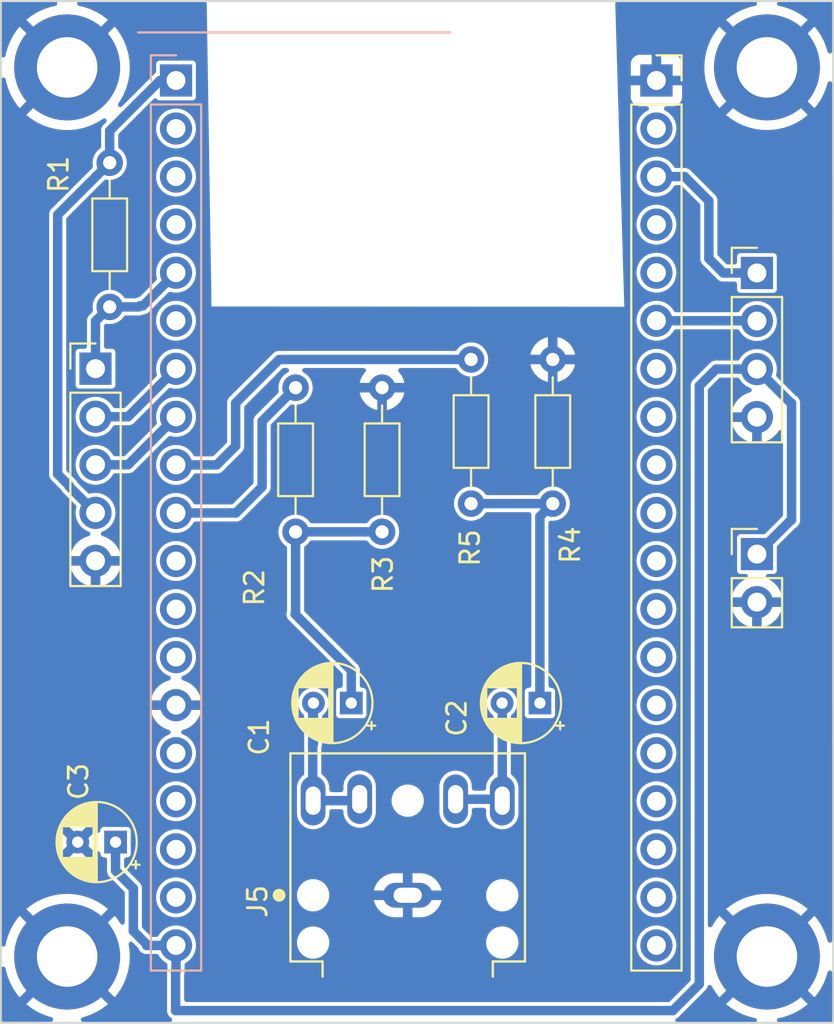
<source format=kicad_pcb>
(kicad_pcb (version 20211014) (generator pcbnew)
  (layers (0 "F.Cu" signal) (31 "B.Cu" signal) (34 "B.Paste" user) (35 "F.Paste" user) (36 "B.SilkS" user "B.Silkscreen") (37 "F.SilkS" user "F.Silkscreen") (38 "B.Mask" user) (39 "F.Mask" user) (44 "Edge.Cuts" user))
  (net 0 "")
  (net 1 "Net-(C1-Pad1)")
  (net 2 "Net-(C2-Pad1)")
  (net 3 "/R")
  (net 4 "+5V")
  (net 5 "GND")
  (net 6 "/G34")
  (net 7 "/G32")
  (net 8 "/G33")
  (net 9 "+3V3")
  (net 10 "/G22")
  (net 11 "/G21")
  (net 12 "Net-(R2-Pad1)")
  (net 13 "Net-(R5-Pad1)")
  (net 41 "/S")
  (footprint "MountingHole:MountingHole_3.2mm_M3_DIN965_Pad" (layer "F.Cu") (at 133.4 115)
    (fp_text reference "H3" hide)
    (fp_text value "MountingHole_Pad" hide)
    (pad "1" thru_hole circle (at 0.1 0) (size 5.6 5.6) (drill 3.2) (layers *.Cu *.Mask) (net 5 "GND"))
  )
  (footprint "MountingHole:MountingHole_3.2mm_M3_DIN965_Pad" (layer "F.Cu") (at 133.4 68)
    (fp_text reference "H4" hide)
    (fp_text value "MountingHole_Pad" hide)
    (pad "1" thru_hole circle (at 0.1 0) (size 5.6 5.6) (drill 3.2) (layers *.Cu *.Mask) (net 5 "GND"))
  )
  (footprint "Connector_PinHeader_2.54mm:PinHeader_1x02_P2.54mm_Vertical" (layer "F.Cu") (at 132.969 93.726)
    (fp_text reference "J1" hide)
    (fp_text value "5V")
    (fp_line (start -1.33 3.87) (end 1.33 3.87) (layer "F.SilkS") (width 0.12))
    (fp_line (start -1.33 -1.33) (end 0 -1.33) (layer "F.SilkS") (width 0.12))
    (fp_line (start -1.33 0) (end -1.33 -1.33) (layer "F.SilkS") (width 0.12))
    (fp_line (start 1.33 1.27) (end 1.33 3.87) (layer "F.SilkS") (width 0.12))
    (fp_line (start -1.33 1.27) (end 1.33 1.27) (layer "F.SilkS") (width 0.12))
    (fp_line (start -1.33 1.27) (end -1.33 3.87) (layer "F.SilkS") (width 0.12))
    (pad "1" thru_hole rect (at 0 0) (size 1.7 1.7) (drill 1) (layers *.Cu *.Mask) (net 4 "+5V"))
    (pad "2" thru_hole oval (at 0 2.54) (size 1.7 1.7) (drill 1) (layers *.Cu *.Mask) (net 5 "GND"))
  )
  (footprint "Resistor_THT:R_Axial_DIN0204_L3.6mm_D1.6mm_P7.62mm_Horizontal" (layer "F.Cu") (at 117.856 83.439 -90)
    (fp_text reference "R5" (at 9.961 0.056 90) (layer "F.SilkS"))
    (fp_text value "47k")
    (fp_line (start 0.94 0) (end 1.89 0) (layer "F.SilkS") (width 0.12))
    (fp_line (start 5.73 0.92) (end 5.73 -0.92) (layer "F.SilkS") (width 0.12))
    (fp_line (start 1.89 0.92) (end 5.73 0.92) (layer "F.SilkS") (width 0.12))
    (fp_line (start 6.68 0) (end 5.73 0) (layer "F.SilkS") (width 0.12))
    (fp_line (start 1.89 -0.92) (end 1.89 0.92) (layer "F.SilkS") (width 0.12))
    (fp_line (start 5.73 -0.92) (end 1.89 -0.92) (layer "F.SilkS") (width 0.12))
    (pad "1" thru_hole circle (at 0 0 270) (size 1.4 1.4) (drill 0.7) (layers *.Cu *.Mask) (net 13 "Net-(R5-Pad1)"))
    (pad "2" thru_hole oval (at 7.62 0 270) (size 1.4 1.4) (drill 0.7) (layers *.Cu *.Mask) (net 2 "Net-(C2-Pad1)"))
  )
  (footprint "Resistor_THT:R_Axial_DIN0204_L3.6mm_D1.6mm_P7.62mm_Horizontal" (layer "F.Cu") (at 108.578 84.93 -90)
    (fp_text reference "R2" (at 10.57 2.178 -90) (layer "F.SilkS"))
    (fp_text value "47k")
    (fp_line (start 1.89 -0.92) (end 1.89 0.92) (layer "F.SilkS") (width 0.12))
    (fp_line (start 6.68 0) (end 5.73 0) (layer "F.SilkS") (width 0.12))
    (fp_line (start 1.89 0.92) (end 5.73 0.92) (layer "F.SilkS") (width 0.12))
    (fp_line (start 0.94 0) (end 1.89 0) (layer "F.SilkS") (width 0.12))
    (fp_line (start 5.73 0.92) (end 5.73 -0.92) (layer "F.SilkS") (width 0.12))
    (fp_line (start 5.73 -0.92) (end 1.89 -0.92) (layer "F.SilkS") (width 0.12))
    (pad "1" thru_hole circle (at 0 0 270) (size 1.4 1.4) (drill 0.7) (layers *.Cu *.Mask) (net 12 "Net-(R2-Pad1)"))
    (pad "2" thru_hole oval (at 7.62 0 270) (size 1.4 1.4) (drill 0.7) (layers *.Cu *.Mask) (net 1 "Net-(C1-Pad1)"))
  )
  (footprint "imported:esp32_dev4_all" (layer "F.Cu") (at 130.196006 66.151506)
    (fp_text reference "U1" hide)
    (fp_text value "esp32_38_pins-custom_library" hide)
    (fp_line (start -29.27 3.81) (end -29.27 49.59) (layer "B.SilkS") (width 0.12))
    (fp_line (start -29.27 1.21) (end -29.27 2.54) (layer "B.SilkS") (width 0.12))
    (fp_line (start -27.94 1.21) (end -29.27 1.21) (layer "B.SilkS") (width 0.12))
    (fp_line (start -26.61 49.59) (end -29.27 49.59) (layer "B.SilkS") (width 0.12))
    (fp_line (start -26.61 3.81) (end -29.27 3.81) (layer "B.SilkS") (width 0.12))
    (fp_line (start -29.95 0) (end -13.44 0) (layer "B.SilkS") (width 0.12))
    (fp_line (start -26.61 3.81) (end -26.61 49.59) (layer "B.SilkS") (width 0.12))
    (fp_line (start -3.87 3.81) (end -1.21 3.81) (layer "F.SilkS") (width 0.12))
    (fp_line (start -2.54 1.21) (end -1.21 1.21) (layer "F.SilkS") (width 0.12))
    (fp_line (start -1.21 1.21) (end -1.21 2.54) (layer "F.SilkS") (width 0.12))
    (fp_line (start -3.87 3.81) (end -3.87 49.59) (layer "F.SilkS") (width 0.12))
    (fp_line (start -3.87 49.59) (end -1.21 49.59) (layer "F.SilkS") (width 0.12))
    (fp_line (start -1.21 3.81) (end -1.21 49.59) (layer "F.SilkS") (width 0.12))
    (pad "1" thru_hole rect (at -27.94 2.54) (size 1.7 1.7) (drill 1) (layers *.Cu *.Mask) (net 9 "+3V3"))
    (pad "2" thru_hole oval (at -27.94 5.08) (size 1.7 1.7) (drill 1) (layers *.Cu *.Mask))
    (pad "3" thru_hole oval (at -27.94 7.62) (size 1.7 1.7) (drill 1) (layers *.Cu *.Mask))
    (pad "4" thru_hole oval (at -27.94 10.16) (size 1.7 1.7) (drill 1) (layers *.Cu *.Mask))
    (pad "5" thru_hole oval (at -27.94 12.7) (size 1.7 1.7) (drill 1) (layers *.Cu *.Mask) (net 6 "/G34"))
    (pad "6" thru_hole oval (at -27.94 15.24) (size 1.7 1.7) (drill 1) (layers *.Cu *.Mask))
    (pad "7" thru_hole oval (at -27.94 17.78) (size 1.7 1.7) (drill 1) (layers *.Cu *.Mask) (net 7 "/G32"))
    (pad "8" thru_hole oval (at -27.94 20.32) (size 1.7 1.7) (drill 1) (layers *.Cu *.Mask) (net 8 "/G33"))
    (pad "9" thru_hole oval (at -27.94 22.86) (size 1.7 1.7) (drill 1) (layers *.Cu *.Mask) (net 13 "Net-(R5-Pad1)"))
    (pad "10" thru_hole oval (at -27.94 25.4) (size 1.7 1.7) (drill 1) (layers *.Cu *.Mask) (net 12 "Net-(R2-Pad1)"))
    (pad "11" thru_hole oval (at -27.94 27.94) (size 1.7 1.7) (drill 1) (layers *.Cu *.Mask))
    (pad "12" thru_hole oval (at -27.94 30.48) (size 1.7 1.7) (drill 1) (layers *.Cu *.Mask))
    (pad "13" thru_hole oval (at -27.94 33.02) (size 1.7 1.7) (drill 1) (layers *.Cu *.Mask))
    (pad "14" thru_hole oval (at -27.94 35.56) (size 1.7 1.7) (drill 1) (layers *.Cu *.Mask) (net 5 "GND"))
    (pad "15" thru_hole oval (at -27.94 38.1) (size 1.7 1.7) (drill 1) (layers *.Cu *.Mask))
    (pad "16" thru_hole oval (at -27.94 40.64) (size 1.7 1.7) (drill 1) (layers *.Cu *.Mask))
    (pad "17" thru_hole oval (at -27.94 43.18) (size 1.7 1.7) (drill 1) (layers *.Cu *.Mask))
    (pad "18" thru_hole oval (at -27.94 45.72) (size 1.7 1.7) (drill 1) (layers *.Cu *.Mask))
    (pad "19" thru_hole oval (at -27.94 48.26) (size 1.7 1.7) (drill 1) (layers *.Cu *.Mask) (net 4 "+5V"))
    (pad "20" thru_hole oval (at -2.54 48.26) (size 1.7 1.7) (drill 1) (layers *.Cu *.Mask))
    (pad "21" thru_hole oval (at -2.54 45.72) (size 1.7 1.7) (drill 1) (layers *.Cu *.Mask))
    (pad "22" thru_hole oval (at -2.54 43.18) (size 1.7 1.7) (drill 1) (layers *.Cu *.Mask))
    (pad "23" thru_hole oval (at -2.54 40.64) (size 1.7 1.7) (drill 1) (layers *.Cu *.Mask))
    (pad "24" thru_hole oval (at -2.54 38.1) (size 1.7 1.7) (drill 1) (layers *.Cu *.Mask))
    (pad "25" thru_hole oval (at -2.54 35.56) (size 1.7 1.7) (drill 1) (layers *.Cu *.Mask))
    (pad "26" thru_hole oval (at -2.54 33.02) (size 1.7 1.7) (drill 1) (layers *.Cu *.Mask))
    (pad "27" thru_hole oval (at -2.54 30.48) (size 1.7 1.7) (drill 1) (layers *.Cu *.Mask))
    (pad "28" thru_hole oval (at -2.54 27.94) (size 1.7 1.7) (drill 1) (layers *.Cu *.Mask))
    (pad "29" thru_hole oval (at -2.54 25.4) (size 1.7 1.7) (drill 1) (layers *.Cu *.Mask))
    (pad "30" thru_hole oval (at -2.54 22.86) (size 1.7 1.7) (drill 1) (layers *.Cu *.Mask))
    (pad "31" thru_hole oval (at -2.54 20.32) (size 1.7 1.7) (drill 1) (layers *.Cu *.Mask))
    (pad "32" thru_hole oval (at -2.54 17.78) (size 1.7 1.7) (drill 1) (layers *.Cu *.Mask))
    (pad "33" thru_hole oval (at -2.54 15.24) (size 1.7 1.7) (drill 1) (layers *.Cu *.Mask) (net 11 "/G21"))
    (pad "34" thru_hole oval (at -2.54 12.7) (size 1.7 1.7) (drill 1) (layers *.Cu *.Mask))
    (pad "35" thru_hole oval (at -2.54 10.16) (size 1.7 1.7) (drill 1) (layers *.Cu *.Mask))
    (pad "36" thru_hole oval (at -2.54 7.62) (size 1.7 1.7) (drill 1) (layers *.Cu *.Mask) (net 10 "/G22"))
    (pad "37" thru_hole oval (at -2.54 5.08) (size 1.7 1.7) (drill 1) (layers *.Cu *.Mask))
    (pad "38" thru_hole rect (at -2.54 2.54) (size 1.7 1.7) (drill 1) (layers *.Cu *.Mask) (net 5 "GND"))
  )
  (footprint "Resistor_THT:R_Axial_DIN0204_L3.6mm_D1.6mm_P7.62mm_Horizontal" (layer "F.Cu") (at 113.15 92.55 90)
    (fp_text reference "R3" (at -2.25 0.05 90) (layer "F.SilkS"))
    (fp_text value "2.2k")
    (fp_line (start 0.94 0) (end 1.89 0) (layer "F.SilkS") (width 0.12))
    (fp_line (start 1.89 -0.92) (end 1.89 0.92) (layer "F.SilkS") (width 0.12))
    (fp_line (start 6.68 0) (end 5.73 0) (layer "F.SilkS") (width 0.12))
    (fp_line (start 1.89 0.92) (end 5.73 0.92) (layer "F.SilkS") (width 0.12))
    (fp_line (start 5.73 -0.92) (end 1.89 -0.92) (layer "F.SilkS") (width 0.12))
    (fp_line (start 5.73 0.92) (end 5.73 -0.92) (layer "F.SilkS") (width 0.12))
    (pad "1" thru_hole circle (at 0 0 90) (size 1.4 1.4) (drill 0.7) (layers *.Cu *.Mask) (net 1 "Net-(C1-Pad1)"))
    (pad "2" thru_hole oval (at 7.62 0 90) (size 1.4 1.4) (drill 0.7) (layers *.Cu *.Mask) (net 5 "GND"))
  )
  (footprint "Resistor_THT:R_Axial_DIN0204_L3.6mm_D1.6mm_P7.62mm_Horizontal" (layer "F.Cu") (at 98.75 73.04 -90)
    (fp_text reference "R1" (at 0.61 2.7 -90) (layer "F.SilkS"))
    (fp_text value "100k")
    (fp_line (start 1.89 -0.92) (end 1.89 0.92) (layer "F.SilkS") (width 0.12))
    (fp_line (start 0.94 0) (end 1.89 0) (layer "F.SilkS") (width 0.12))
    (fp_line (start 5.73 0.92) (end 5.73 -0.92) (layer "F.SilkS") (width 0.12))
    (fp_line (start 5.73 -0.92) (end 1.89 -0.92) (layer "F.SilkS") (width 0.12))
    (fp_line (start 6.68 0) (end 5.73 0) (layer "F.SilkS") (width 0.12))
    (fp_line (start 1.89 0.92) (end 5.73 0.92) (layer "F.SilkS") (width 0.12))
    (pad "1" thru_hole circle (at 0 0 270) (size 1.4 1.4) (drill 0.7) (layers *.Cu *.Mask) (net 9 "+3V3"))
    (pad "2" thru_hole oval (at 7.62 0 270) (size 1.4 1.4) (drill 0.7) (layers *.Cu *.Mask) (net 6 "/G34"))
  )
  (footprint "MountingHole:MountingHole_3.2mm_M3_DIN965_Pad" (layer "F.Cu") (at 96.5 67.95)
    (fp_text reference "H1" hide)
    (fp_text value "MountingHole_Pad" hide)
    (pad "1" thru_hole circle (at 0 0.05) (size 5.6 5.6) (drill 3.2) (layers *.Cu *.Mask) (net 5 "GND"))
  )
  (footprint "Capacitor_THT:CP_Radial_D4.0mm_P2.00mm" (layer "F.Cu") (at 121.4956 101.6 180)
    (fp_text reference "C2" (at 4.3956 -0.8 90) (layer "F.SilkS"))
    (fp_text value "47pF")
    (fp_line (start 2.001 0.84) (end 2.001 1.83) (layer "F.SilkS") (width 0.12))
    (fp_line (start 1.881 0.84) (end 1.881 1.889) (layer "F.SilkS") (width 0.12))
    (fp_line (start 2.521 -1.438) (end 2.521 -0.84) (layer "F.SilkS") (width 0.12))
    (fp_line (start 1 -2.08) (end 1 2.08) (layer "F.SilkS") (width 0.12))
    (fp_line (start 2.641 -1.304) (end 2.641 -0.84) (layer "F.SilkS") (width 0.12))
    (fp_line (start 2.001 -1.83) (end 2.001 -0.84) (layer "F.SilkS") (width 0.12))
    (fp_line (start 2.761 -1.142) (end 2.761 -0.84) (layer "F.SilkS") (width 0.12))
    (fp_line (start 1.48 -2.025) (end 1.48 -0.84) (layer "F.SilkS") (width 0.12))
    (fp_line (start 2.481 0.84) (end 2.481 1.478) (layer "F.SilkS") (width 0.12))
    (fp_line (start 1.36 -2.05) (end 1.36 -0.84) (layer "F.SilkS") (width 0.12))
    (fp_line (start 2.041 0.84) (end 2.041 1.808) (layer "F.SilkS") (width 0.12))
    (fp_line (start 1.68 0.84) (end 1.68 1.968) (layer "F.SilkS") (width 0.12))
    (fp_line (start 2.601 -1.351) (end 2.601 -0.84) (layer "F.SilkS") (width 0.12))
    (fp_line (start -1.269801 -1.195) (end -0.869801 -1.195) (layer "F.SilkS") (width 0.12))
    (fp_line (start 2.761 0.84) (end 2.761 1.142) (layer "F.SilkS") (width 0.12))
    (fp_line (start 1.4 0.84) (end 1.4 2.042) (layer "F.SilkS") (width 0.12))
    (fp_line (start 1.52 -2.016) (end 1.52 -0.84) (layer "F.SilkS") (width 0.12))
    (fp_line (start 1.721 -1.954) (end 1.721 -0.84) (layer "F.SilkS") (width 0.12))
    (fp_line (start 1.841 0.84) (end 1.841 1.907) (layer "F.SilkS") (width 0.12))
    (fp_line (start 2.201 -1.708) (end 2.201 -0.84) (layer "F.SilkS") (width 0.12))
    (fp_line (start 1.48 0.84) (end 1.48 2.025) (layer "F.SilkS") (width 0.12))
    (fp_line (start 1.32 0.84) (end 1.32 2.056) (layer "F.SilkS") (width 0.12))
    (fp_line (start 2.721 -1.2) (end 2.721 -0.84) (layer "F.SilkS") (width 0.12))
    (fp_line (start 2.801 -1.08) (end 2.801 -0.84) (layer "F.SilkS") (width 0.12))
    (fp_line (start 1.64 -1.982) (end 1.64 -0.84) (layer "F.SilkS") (width 0.12))
    (fp_line (start 2.481 -1.478) (end 2.481 -0.84) (layer "F.SilkS") (width 0.12))
    (fp_line (start 1.4 -2.042) (end 1.4 -0.84) (layer "F.SilkS") (width 0.12))
    (fp_line (start 1.64 0.84) (end 1.64 1.982) (layer "F.SilkS") (width 0.12))
    (fp_line (start 2.201 0.84) (end 2.201 1.708) (layer "F.SilkS") (width 0.12))
    (fp_line (start 1.36 0.84) (end 1.36 2.05) (layer "F.SilkS") (width 0.12))
    (fp_line (start -1.069801 -1.395) (end -1.069801 -0.995) (layer "F.SilkS") (width 0.12))
    (fp_line (start 1.24 -2.067) (end 1.24 -0.84) (layer "F.SilkS") (width 0.12))
    (fp_line (start 1.881 -1.889) (end 1.881 -0.84) (layer "F.SilkS") (width 0.12))
    (fp_line (start 1.68 -1.968) (end 1.68 -0.84) (layer "F.SilkS") (width 0.12))
    (fp_line (start 1.961 0.84) (end 1.961 1.851) (layer "F.SilkS") (width 0.12))
    (fp_line (start 1.56 0.84) (end 1.56 2.005) (layer "F.SilkS") (width 0.12))
    (fp_line (start 1.2 -2.071) (end 1.2 -0.84) (layer "F.SilkS") (width 0.12))
    (fp_line (start 3.041 -0.537) (end 3.041 0.537) (layer "F.SilkS") (width 0.12))
    (fp_line (start 3.001 -0.664) (end 3.001 0.664) (layer "F.SilkS") (width 0.12))
    (fp_line (start 1.28 -2.062) (end 1.28 -0.84) (layer "F.SilkS") (width 0.12))
    (fp_line (start 1.761 0.84) (end 1.761 1.94) (layer "F.SilkS") (width 0.12))
    (fp_line (start 2.521 0.84) (end 2.521 1.438) (layer "F.SilkS") (width 0.12))
    (fp_line (start 1.6 0.84) (end 1.6 1.994) (layer "F.SilkS") (width 0.12))
    (fp_line (start 1.921 -1.87) (end 1.921 -0.84) (layer "F.SilkS") (width 0.12))
    (fp_line (start 3.081 -0.37) (end 3.081 0.37) (layer "F.SilkS") (width 0.12))
    (fp_line (start 2.041 -1.808) (end 2.041 -0.84) (layer "F.SilkS") (width 0.12))
    (fp_line (start 1.921 0.84) (end 1.921 1.87) (layer "F.SilkS") (width 0.12))
    (fp_line (start 1.6 -1.994) (end 1.6 -0.84) (layer "F.SilkS") (width 0.12))
    (fp_line (start 2.641 0.84) (end 2.641 1.304) (layer "F.SilkS") (width 0.12))
    (fp_line (start 1.28 0.84) (end 1.28 2.062) (layer "F.SilkS") (width 0.12))
    (fp_line (start 1.52 0.84) (end 1.52 2.016) (layer "F.SilkS") (width 0.12))
    (fp_line (start 1.12 -2.077) (end 1.12 2.077) (layer "F.SilkS") (width 0.12))
    (fp_line (start 1.44 -2.034) (end 1.44 -0.84) (layer "F.SilkS") (width 0.12))
    (fp_line (start 1.08 -2.079) (end 1.08 2.079) (layer "F.SilkS") (width 0.12))
    (fp_line (start 1.56 -2.005) (end 1.56 -0.84) (layer "F.SilkS") (width 0.12))
    (fp_line (start 2.321 -1.619) (end 2.321 -0.84) (layer "F.SilkS") (width 0.12))
    (fp_line (start 1.801 -1.924) (end 1.801 -0.84) (layer "F.SilkS") (width 0.12))
    (fp_line (start 2.081 -1.785) (end 2.081 -0.84) (layer "F.SilkS") (width 0.12))
    (fp_line (start 1.16 -2.074) (end 1.16 2.074) (layer "F.SilkS") (width 0.12))
    (fp_line (start 2.361 -1.587) (end 2.361 -0.84) (layer "F.SilkS") (width 0.12))
    (fp_line (start 2.241 -1.68) (end 2.241 -0.84) (layer "F.SilkS") (width 0.12))
    (fp_line (start 2.281 -1.65) (end 2.281 -0.84) (layer "F.SilkS") (width 0.12))
    (fp_line (start 2.681 0.84) (end 2.681 1.254) (layer "F.SilkS") (width 0.12))
    (fp_line (start 2.321 0.84) (end 2.321 1.619) (layer "F.SilkS") (width 0.12))
    (fp_line (start 2.961 -0.768) (end 2.961 0.768) (layer "F.SilkS") (width 0.12))
    (fp_line (start 1.2 0.84) (end 1.2 2.071) (layer "F.SilkS") (width 0.12))
    (fp_line (start 2.441 0.84) (end 2.441 1.516) (layer "F.SilkS") (width 0.12))
    (fp_line (start 2.241 0.84) (end 2.241 1.68) (layer "F.SilkS") (width 0.12))
    (fp_line (start 2.281 0.84) (end 2.281 1.65) (layer "F.SilkS") (width 0.12))
    (fp_line (start 2.161 0.84) (end 2.161 1.735) (layer "F.SilkS") (width 0.12))
    (fp_line (start 1.841 -1.907) (end 1.841 -0.84) (layer "F.SilkS") (width 0.12))
    (fp_line (start 2.561 -1.396) (end 2.561 -0.84) (layer "F.SilkS") (width 0.12))
    (fp_line (start 1.761 -1.94) (end 1.761 -0.84) (layer "F.SilkS") (width 0.12))
    (fp_line (start 2.721 0.84) (end 2.721 1.2) (layer "F.SilkS") (width 0.12))
    (fp_line (start 1.961 -1.851) (end 1.961 -0.84) (layer "F.SilkS") (width 0.12))
    (fp_line (start 2.121 0.84) (end 2.121 1.76) (layer "F.SilkS") (width 0.12))
    (fp_line (start 2.881 -0.94) (end 2.881 0.94) (layer "F.SilkS") (width 0.12))
    (fp_line (start 2.401 0.84) (end 2.401 1.552) (layer "F.SilkS") (width 0.12))
    (fp_line (start 2.841 -1.013) (end 2.841 1.013) (layer "F.SilkS") (width 0.12))
    (fp_line (start 2.441 -1.516) (end 2.441 -0.84) (layer "F.SilkS") (width 0.12))
    (fp_line (start 2.081 0.84) (end 2.081 1.785) (layer "F.SilkS") (width 0.12))
    (fp_line (start 2.161 -1.735) (end 2.161 -0.84) (layer "F.SilkS") (width 0.12))
    (fp_line (start 1.44 0.84) (end 1.44 2.034) (layer "F.SilkS") (width 0.12))
    (fp_line (start 2.121 -1.76) (end 2.121 -0.84) (layer "F.SilkS") (width 0.12))
    (fp_line (start 1.24 0.84) (end 1.24 2.067) (layer "F.SilkS") (width 0.12))
    (fp_line (start 1.04 -2.08) (end 1.04 2.08) (layer "F.SilkS") (width 0.12))
    (fp_line (start 1.801 0.84) (end 1.801 1.924) (layer "F.SilkS") (width 0.12))
    (fp_line (start 2.561 0.84) (end 2.561 1.396) (layer "F.SilkS") (width 0.12))
    (fp_line (start 2.801 0.84) (end 2.801 1.08) (layer "F.SilkS") (width 0.12))
    (fp_line (start 2.921 -0.859) (end 2.921 0.859) (layer "F.SilkS") (width 0.12))
    (fp_line (start 2.361 0.84) (end 2.361 1.587) (layer "F.SilkS") (width 0.12))
    (fp_line (start 1.721 0.84) (end 1.721 1.954) (layer "F.SilkS") (width 0.12))
    (fp_line (start 2.401 -1.552) (end 2.401 -0.84) (layer "F.SilkS") (width 0.12))
    (fp_line (start 1.32 -2.056) (end 1.32 -0.84) (layer "F.SilkS") (width 0.12))
    (fp_line (start 2.601 0.84) (end 2.601 1.351) (layer "F.SilkS") (width 0.12))
    (fp_line (start 2.681 -1.254) (end 2.681 -0.84) (layer "F.SilkS") (width 0.12))
    (fp_circle (center 1 0) (end 3.12 0) (layer "F.SilkS") (width 0.12) (fill none))
    (pad "1" thru_hole rect (at 0 0 180) (size 1.2 1.2) (drill 0.6) (layers *.Cu *.Mask) (net 2 "Net-(C2-Pad1)"))
    (pad "2" thru_hole circle (at 2 0 180) (size 1.2 1.2) (drill 0.6) (layers *.Cu *.Mask) (net 41 "/S"))
  )
  (footprint "MountingHole:MountingHole_3.2mm_M3_DIN965_Pad" (layer "F.Cu") (at 96.5 115)
    (fp_text reference "H2" hide)
    (fp_text value "MountingHole_Pad" hide)
    (pad "1" thru_hole circle (at 0 0) (size 5.6 5.6) (drill 3.2) (layers *.Cu *.Mask) (net 5 "GND"))
  )
  (footprint "Capacitor_THT:CP_Radial_D4.0mm_P2.00mm" (layer "F.Cu") (at 111.5226 101.6 180)
    (fp_text reference "C1" (at 4.8726 -1.8 90) (layer "F.SilkS"))
    (fp_text value "47pF")
    (fp_line (start 2.001 -1.83) (end 2.001 -0.84) (layer "F.SilkS") (width 0.12))
    (fp_line (start 2.761 0.84) (end 2.761 1.142) (layer "F.SilkS") (width 0.12))
    (fp_line (start 1.881 -1.889) (end 1.881 -0.84) (layer "F.SilkS") (width 0.12))
    (fp_line (start 2.721 0.84) (end 2.721 1.2) (layer "F.SilkS") (width 0.12))
    (fp_line (start 1.841 -1.907) (end 1.841 -0.84) (layer "F.SilkS") (width 0.12))
    (fp_line (start 2.961 -0.768) (end 2.961 0.768) (layer "F.SilkS") (width 0.12))
    (fp_line (start 1.44 -2.034) (end 1.44 -0.84) (layer "F.SilkS") (width 0.12))
    (fp_line (start 2.921 -0.859) (end 2.921 0.859) (layer "F.SilkS") (width 0.12))
    (fp_line (start 3.041 -0.537) (end 3.041 0.537) (layer "F.SilkS") (width 0.12))
    (fp_line (start 2.681 -1.254) (end 2.681 -0.84) (layer "F.SilkS") (width 0.12))
    (fp_line (start 1.16 -2.074) (end 1.16 2.074) (layer "F.SilkS") (width 0.12))
    (fp_line (start 2.081 0.84) (end 2.081 1.785) (layer "F.SilkS") (width 0.12))
    (fp_line (start 1.48 -2.025) (end 1.48 -0.84) (layer "F.SilkS") (width 0.12))
    (fp_line (start 2.801 -1.08) (end 2.801 -0.84) (layer "F.SilkS") (width 0.12))
    (fp_line (start 1.04 -2.08) (end 1.04 2.08) (layer "F.SilkS") (width 0.12))
    (fp_line (start 3.081 -0.37) (end 3.081 0.37) (layer "F.SilkS") (width 0.12))
    (fp_line (start 1.841 0.84) (end 1.841 1.907) (layer "F.SilkS") (width 0.12))
    (fp_line (start 2.641 -1.304) (end 2.641 -0.84) (layer "F.SilkS") (width 0.12))
    (fp_line (start 2.241 0.84) (end 2.241 1.68) (layer "F.SilkS") (width 0.12))
    (fp_line (start 1.52 -2.016) (end 1.52 -0.84) (layer "F.SilkS") (width 0.12))
    (fp_line (start 2.721 -1.2) (end 2.721 -0.84) (layer "F.SilkS") (width 0.12))
    (fp_line (start 1.68 0.84) (end 1.68 1.968) (layer "F.SilkS") (width 0.12))
    (fp_line (start 1.08 -2.079) (end 1.08 2.079) (layer "F.SilkS") (width 0.12))
    (fp_line (start 1.32 0.84) (end 1.32 2.056) (layer "F.SilkS") (width 0.12))
    (fp_line (start 1.4 -2.042) (end 1.4 -0.84) (layer "F.SilkS") (width 0.12))
    (fp_line (start 2.321 0.84) (end 2.321 1.619) (layer "F.SilkS") (width 0.12))
    (fp_line (start 2.521 -1.438) (end 2.521 -0.84) (layer "F.SilkS") (width 0.12))
    (fp_line (start 2.041 0.84) (end 2.041 1.808) (layer "F.SilkS") (width 0.12))
    (fp_line (start 1.881 0.84) (end 1.881 1.889) (layer "F.SilkS") (width 0.12))
    (fp_line (start 2.881 -0.94) (end 2.881 0.94) (layer "F.SilkS") (width 0.12))
    (fp_line (start 1.2 -2.071) (end 1.2 -0.84) (layer "F.SilkS") (width 0.12))
    (fp_line (start 1.64 0.84) (end 1.64 1.982) (layer "F.SilkS") (width 0.12))
    (fp_line (start 2.361 0.84) (end 2.361 1.587) (layer "F.SilkS") (width 0.12))
    (fp_line (start 2.041 -1.808) (end 2.041 -0.84) (layer "F.SilkS") (width 0.12))
    (fp_line (start 2.761 -1.142) (end 2.761 -0.84) (layer "F.SilkS") (width 0.12))
    (fp_line (start 1.721 0.84) (end 1.721 1.954) (layer "F.SilkS") (width 0.12))
    (fp_line (start 2.801 0.84) (end 2.801 1.08) (layer "F.SilkS") (width 0.12))
    (fp_line (start 2.601 -1.351) (end 2.601 -0.84) (layer "F.SilkS") (width 0.12))
    (fp_line (start 2.601 0.84) (end 2.601 1.351) (layer "F.SilkS") (width 0.12))
    (fp_line (start 2.681 0.84) (end 2.681 1.254) (layer "F.SilkS") (width 0.12))
    (fp_line (start 1.56 0.84) (end 1.56 2.005) (layer "F.SilkS") (width 0.12))
    (fp_line (start 1.48 0.84) (end 1.48 2.025) (layer "F.SilkS") (width 0.12))
    (fp_line (start 2.121 -1.76) (end 2.121 -0.84) (layer "F.SilkS") (width 0.12))
    (fp_line (start -1.069801 -1.395) (end -1.069801 -0.995) (layer "F.SilkS") (width 0.12))
    (fp_line (start 1.721 -1.954) (end 1.721 -0.84) (layer "F.SilkS") (width 0.12))
    (fp_line (start 1.32 -2.056) (end 1.32 -0.84) (layer "F.SilkS") (width 0.12))
    (fp_line (start 2.241 -1.68) (end 2.241 -0.84) (layer "F.SilkS") (width 0.12))
    (fp_line (start 2.481 0.84) (end 2.481 1.478) (layer "F.SilkS") (width 0.12))
    (fp_line (start 1.921 -1.87) (end 1.921 -0.84) (layer "F.SilkS") (width 0.12))
    (fp_line (start 2.081 -1.785) (end 2.081 -0.84) (layer "F.SilkS") (width 0.12))
    (fp_line (start 3.001 -0.664) (end 3.001 0.664) (layer "F.SilkS") (width 0.12))
    (fp_line (start 1.44 0.84) (end 1.44 2.034) (layer "F.SilkS") (width 0.12))
    (fp_line (start -1.269801 -1.195) (end -0.869801 -1.195) (layer "F.SilkS") (width 0.12))
    (fp_line (start 1.921 0.84) (end 1.921 1.87) (layer "F.SilkS") (width 0.12))
    (fp_line (start 1.64 -1.982) (end 1.64 -0.84) (layer "F.SilkS") (width 0.12))
    (fp_line (start 2.641 0.84) (end 2.641 1.304) (layer "F.SilkS") (width 0.12))
    (fp_line (start 1.52 0.84) (end 1.52 2.016) (layer "F.SilkS") (width 0.12))
    (fp_line (start 1.4 0.84) (end 1.4 2.042) (layer "F.SilkS") (width 0.12))
    (fp_line (start 1.801 0.84) (end 1.801 1.924) (layer "F.SilkS") (width 0.12))
    (fp_line (start 1.24 0.84) (end 1.24 2.067) (layer "F.SilkS") (width 0.12))
    (fp_line (start 1 -2.08) (end 1 2.08) (layer "F.SilkS") (width 0.12))
    (fp_line (start 1.961 -1.851) (end 1.961 -0.84) (layer "F.SilkS") (width 0.12))
    (fp_line (start 2.281 -1.65) (end 2.281 -0.84) (layer "F.SilkS") (width 0.12))
    (fp_line (start 2.521 0.84) (end 2.521 1.438) (layer "F.SilkS") (width 0.12))
    (fp_line (start 1.6 0.84) (end 1.6 1.994) (layer "F.SilkS") (width 0.12))
    (fp_line (start 2.121 0.84) (end 2.121 1.76) (layer "F.SilkS") (width 0.12))
    (fp_line (start 2.441 0.84) (end 2.441 1.516) (layer "F.SilkS") (width 0.12))
    (fp_line (start 2.321 -1.619) (end 2.321 -0.84) (layer "F.SilkS") (width 0.12))
    (fp_line (start 2.481 -1.478) (end 2.481 -0.84) (layer "F.SilkS") (width 0.12))
    (fp_line (start 1.28 0.84) (end 1.28 2.062) (layer "F.SilkS") (width 0.12))
    (fp_line (start 2.561 0.84) (end 2.561 1.396) (layer "F.SilkS") (width 0.12))
    (fp_line (start 1.28 -2.062) (end 1.28 -0.84) (layer "F.SilkS") (width 0.12))
    (fp_line (start 1.36 -2.05) (end 1.36 -0.84) (layer "F.SilkS") (width 0.12))
    (fp_line (start 2.001 0.84) (end 2.001 1.83) (layer "F.SilkS") (width 0.12))
    (fp_line (start 2.161 0.84) (end 2.161 1.735) (layer "F.SilkS") (width 0.12))
    (fp_line (start 1.801 -1.924) (end 1.801 -0.84) (layer "F.SilkS") (width 0.12))
    (fp_line (start 1.761 -1.94) (end 1.761 -0.84) (layer "F.SilkS") (width 0.12))
    (fp_line (start 2.201 0.84) (end 2.201 1.708) (layer "F.SilkS") (width 0.12))
    (fp_line (start 2.161 -1.735) (end 2.161 -0.84) (layer "F.SilkS") (width 0.12))
    (fp_line (start 1.961 0.84) (end 1.961 1.851) (layer "F.SilkS") (width 0.12))
    (fp_line (start 1.36 0.84) (end 1.36 2.05) (layer "F.SilkS") (width 0.12))
    (fp_line (start 1.12 -2.077) (end 1.12 2.077) (layer "F.SilkS") (width 0.12))
    (fp_line (start 1.24 -2.067) (end 1.24 -0.84) (layer "F.SilkS") (width 0.12))
    (fp_line (start 1.2 0.84) (end 1.2 2.071) (layer "F.SilkS") (width 0.12))
    (fp_line (start 2.401 -1.552) (end 2.401 -0.84) (layer "F.SilkS") (width 0.12))
    (fp_line (start 2.401 0.84) (end 2.401 1.552) (layer "F.SilkS") (width 0.12))
    (fp_line (start 1.68 -1.968) (end 1.68 -0.84) (layer "F.SilkS") (width 0.12))
    (fp_line (start 2.361 -1.587) (end 2.361 -0.84) (layer "F.SilkS") (width 0.12))
    (fp_line (start 1.56 -2.005) (end 1.56 -0.84) (layer "F.SilkS") (width 0.12))
    (fp_line (start 1.761 0.84) (end 1.761 1.94) (layer "F.SilkS") (width 0.12))
    (fp_line (start 2.561 -1.396) (end 2.561 -0.84) (layer "F.SilkS") (width 0.12))
    (fp_line (start 1.6 -1.994) (end 1.6 -0.84) (layer "F.SilkS") (width 0.12))
    (fp_line (start 2.841 -1.013) (end 2.841 1.013) (layer "F.SilkS") (width 0.12))
    (fp_line (start 2.441 -1.516) (end 2.441 -0.84) (layer "F.SilkS") (width 0.12))
    (fp_line (start 2.201 -1.708) (end 2.201 -0.84) (layer "F.SilkS") (width 0.12))
    (fp_line (start 2.281 0.84) (end 2.281 1.65) (layer "F.SilkS") (width 0.12))
    (fp_circle (center 1 0) (end 3.12 0) (layer "F.SilkS") (width 0.12) (fill none))
    (pad "1" thru_hole rect (at 0 0 180) (size 1.2 1.2) (drill 0.6) (layers *.Cu *.Mask) (net 1 "Net-(C1-Pad1)"))
    (pad "2" thru_hole circle (at 2 0 180) (size 1.2 1.2) (drill 0.6) (layers *.Cu *.Mask) (net 3 "/R"))
  )
  (footprint "Connector_PinHeader_2.54mm:PinHeader_1x04_P2.54mm_Vertical" (layer "F.Cu") (at 132.969 78.867)
    (fp_text reference "J3" hide)
    (fp_text value "Display")
    (fp_line (start -1.33 -1.33) (end 0 -1.33) (layer "F.SilkS") (width 0.12))
    (fp_line (start -1.33 8.95) (end 1.33 8.95) (layer "F.SilkS") (width 0.12))
    (fp_line (start -1.33 0) (end -1.33 -1.33) (layer "F.SilkS") (width 0.12))
    (fp_line (start -1.33 1.27) (end 1.33 1.27) (layer "F.SilkS") (width 0.12))
    (fp_line (start -1.33 1.27) (end -1.33 8.95) (layer "F.SilkS") (width 0.12))
    (fp_line (start 1.33 1.27) (end 1.33 8.95) (layer "F.SilkS") (width 0.12))
    (pad "1" thru_hole rect (at 0 0) (size 1.7 1.7) (drill 1) (layers *.Cu *.Mask) (net 10 "/G22"))
    (pad "2" thru_hole oval (at 0 2.54) (size 1.7 1.7) (drill 1) (layers *.Cu *.Mask) (net 11 "/G21"))
    (pad "3" thru_hole oval (at 0 5.08) (size 1.7 1.7) (drill 1) (layers *.Cu *.Mask) (net 4 "+5V"))
    (pad "4" thru_hole oval (at 0 7.62) (size 1.7 1.7) (drill 1) (layers *.Cu *.Mask) (net 5 "GND"))
  )
  (footprint "Capacitor_THT:CP_Radial_D4.0mm_P2.00mm" (layer "F.Cu") (at 99.06 108.95 180)
    (fp_text reference "C3" (at 1.96 3.2 270) (layer "F.SilkS"))
    (fp_text value "1000yF")
    (fp_line (start 2.641 -1.304) (end 2.641 -0.84) (layer "F.SilkS") (width 0.12))
    (fp_line (start 1.24 -2.067) (end 1.24 -0.84) (layer "F.SilkS") (width 0.12))
    (fp_line (start 1.841 0.84) (end 1.841 1.907) (layer "F.SilkS") (width 0.12))
    (fp_line (start 2.041 0.84) (end 2.041 1.808) (layer "F.SilkS") (width 0.12))
    (fp_line (start 2.481 -1.478) (end 2.481 -0.84) (layer "F.SilkS") (width 0.12))
    (fp_line (start -1.069801 -1.395) (end -1.069801 -0.995) (layer "F.SilkS") (width 0.12))
    (fp_line (start 1.2 0.84) (end 1.2 2.071) (layer "F.SilkS") (width 0.12))
    (fp_line (start 1.881 -1.889) (end 1.881 -0.84) (layer "F.SilkS") (width 0.12))
    (fp_line (start 1.52 -2.016) (end 1.52 -0.84) (layer "F.SilkS") (width 0.12))
    (fp_line (start 2.281 0.84) (end 2.281 1.65) (layer "F.SilkS") (width 0.12))
    (fp_line (start 1.48 0.84) (end 1.48 2.025) (layer "F.SilkS") (width 0.12))
    (fp_line (start 2.681 -1.254) (end 2.681 -0.84) (layer "F.SilkS") (width 0.12))
    (fp_line (start 1.56 0.84) (end 1.56 2.005) (layer "F.SilkS") (width 0.12))
    (fp_line (start 1.4 -2.042) (end 1.4 -0.84) (layer "F.SilkS") (width 0.12))
    (fp_line (start 1.6 -1.994) (end 1.6 -0.84) (layer "F.SilkS") (width 0.12))
    (fp_line (start 1.28 -2.062) (end 1.28 -0.84) (layer "F.SilkS") (width 0.12))
    (fp_line (start 1.4 0.84) (end 1.4 2.042) (layer "F.SilkS") (width 0.12))
    (fp_line (start 1.721 0.84) (end 1.721 1.954) (layer "F.SilkS") (width 0.12))
    (fp_line (start 2.321 -1.619) (end 2.321 -0.84) (layer "F.SilkS") (width 0.12))
    (fp_line (start 1.36 0.84) (end 1.36 2.05) (layer "F.SilkS") (width 0.12))
    (fp_line (start 1.801 -1.924) (end 1.801 -0.84) (layer "F.SilkS") (width 0.12))
    (fp_line (start 1.52 0.84) (end 1.52 2.016) (layer "F.SilkS") (width 0.12))
    (fp_line (start 2.801 -1.08) (end 2.801 -0.84) (layer "F.SilkS") (width 0.12))
    (fp_line (start 2.241 0.84) (end 2.241 1.68) (layer "F.SilkS") (width 0.12))
    (fp_line (start 2.401 0.84) (end 2.401 1.552) (layer "F.SilkS") (width 0.12))
    (fp_line (start 1.32 -2.056) (end 1.32 -0.84) (layer "F.SilkS") (width 0.12))
    (fp_line (start 2.601 -1.351) (end 2.601 -0.84) (layer "F.SilkS") (width 0.12))
    (fp_line (start 2.641 0.84) (end 2.641 1.304) (layer "F.SilkS") (width 0.12))
    (fp_line (start 1.12 -2.077) (end 1.12 2.077) (layer "F.SilkS") (width 0.12))
    (fp_line (start 1 -2.08) (end 1 2.08) (layer "F.SilkS") (width 0.12))
    (fp_line (start 2.401 -1.552) (end 2.401 -0.84) (layer "F.SilkS") (width 0.12))
    (fp_line (start 2.521 -1.438) (end 2.521 -0.84) (layer "F.SilkS") (width 0.12))
    (fp_line (start 3.081 -0.37) (end 3.081 0.37) (layer "F.SilkS") (width 0.12))
    (fp_line (start 1.24 0.84) (end 1.24 2.067) (layer "F.SilkS") (width 0.12))
    (fp_line (start 2.081 -1.785) (end 2.081 -0.84) (layer "F.SilkS") (width 0.12))
    (fp_line (start 2.561 0.84) (end 2.561 1.396) (layer "F.SilkS") (width 0.12))
    (fp_line (start 2.721 -1.2) (end 2.721 -0.84) (layer "F.SilkS") (width 0.12))
    (fp_line (start 1.04 -2.08) (end 1.04 2.08) (layer "F.SilkS") (width 0.12))
    (fp_line (start 1.68 -1.968) (end 1.68 -0.84) (layer "F.SilkS") (width 0.12))
    (fp_line (start 2.481 0.84) (end 2.481 1.478) (layer "F.SilkS") (width 0.12))
    (fp_line (start 2.801 0.84) (end 2.801 1.08) (layer "F.SilkS") (width 0.12))
    (fp_line (start 1.961 0.84) (end 1.961 1.851) (layer "F.SilkS") (width 0.12))
    (fp_line (start 1.921 -1.87) (end 1.921 -0.84) (layer "F.SilkS") (width 0.12))
    (fp_line (start 2.961 -0.768) (end 2.961 0.768) (layer "F.SilkS") (width 0.12))
    (fp_line (start 1.28 0.84) (end 1.28 2.062) (layer "F.SilkS") (width 0.12))
    (fp_line (start 1.2 -2.071) (end 1.2 -0.84) (layer "F.SilkS") (width 0.12))
    (fp_line (start 1.44 -2.034) (end 1.44 -0.84) (layer "F.SilkS") (width 0.12))
    (fp_line (start 2.001 0.84) (end 2.001 1.83) (layer "F.SilkS") (width 0.12))
    (fp_line (start 2.041 -1.808) (end 2.041 -0.84) (layer "F.SilkS") (width 0.12))
    (fp_line (start 3.001 -0.664) (end 3.001 0.664) (layer "F.SilkS") (width 0.12))
    (fp_line (start 2.201 -1.708) (end 2.201 -0.84) (layer "F.SilkS") (width 0.12))
    (fp_line (start 1.761 -1.94) (end 1.761 -0.84) (layer "F.SilkS") (width 0.12))
    (fp_line (start 2.601 0.84) (end 2.601 1.351) (layer "F.SilkS") (width 0.12))
    (fp_line (start 1.16 -2.074) (end 1.16 2.074) (layer "F.SilkS") (width 0.12))
    (fp_line (start 1.64 0.84) (end 1.64 1.982) (layer "F.SilkS") (width 0.12))
    (fp_line (start 2.881 -0.94) (end 2.881 0.94) (layer "F.SilkS") (width 0.12))
    (fp_line (start 1.961 -1.851) (end 1.961 -0.84) (layer "F.SilkS") (width 0.12))
    (fp_line (start -1.269801 -1.195) (end -0.869801 -1.195) (layer "F.SilkS") (width 0.12))
    (fp_line (start 2.001 -1.83) (end 2.001 -0.84) (layer "F.SilkS") (width 0.12))
    (fp_line (start 2.121 0.84) (end 2.121 1.76) (layer "F.SilkS") (width 0.12))
    (fp_line (start 2.161 -1.735) (end 2.161 -0.84) (layer "F.SilkS") (width 0.12))
    (fp_line (start 1.721 -1.954) (end 1.721 -0.84) (layer "F.SilkS") (width 0.12))
    (fp_line (start 2.441 0.84) (end 2.441 1.516) (layer "F.SilkS") (width 0.12))
    (fp_line (start 2.241 -1.68) (end 2.241 -0.84) (layer "F.SilkS") (width 0.12))
    (fp_line (start 1.921 0.84) (end 1.921 1.87) (layer "F.SilkS") (width 0.12))
    (fp_line (start 2.321 0.84) (end 2.321 1.619) (layer "F.SilkS") (width 0.12))
    (fp_line (start 2.841 -1.013) (end 2.841 1.013) (layer "F.SilkS") (width 0.12))
    (fp_line (start 2.681 0.84) (end 2.681 1.254) (layer "F.SilkS") (width 0.12))
    (fp_line (start 2.161 0.84) (end 2.161 1.735) (layer "F.SilkS") (width 0.12))
    (fp_line (start 2.201 0.84) (end 2.201 1.708) (layer "F.SilkS") (width 0.12))
    (fp_line (start 1.64 -1.982) (end 1.64 -0.84) (layer "F.SilkS") (width 0.12))
    (fp_line (start 1.761 0.84) (end 1.761 1.94) (layer "F.SilkS") (width 0.12))
    (fp_line (start 1.801 0.84) (end 1.801 1.924) (layer "F.SilkS") (width 0.12))
    (fp_line (start 1.56 -2.005) (end 1.56 -0.84) (layer "F.SilkS") (width 0.12))
    (fp_line (start 2.361 -1.587) (end 2.361 -0.84) (layer "F.SilkS") (width 0.12))
    (fp_line (start 1.6 0.84) (end 1.6 1.994) (layer "F.SilkS") (width 0.12))
    (fp_line (start 1.44 0.84) (end 1.44 2.034) (layer "F.SilkS") (width 0.12))
    (fp_line (start 1.68 0.84) (end 1.68 1.968) (layer "F.SilkS") (width 0.12))
    (fp_line (start 2.921 -0.859) (end 2.921 0.859) (layer "F.SilkS") (width 0.12))
    (fp_line (start 1.48 -2.025) (end 1.48 -0.84) (layer "F.SilkS") (width 0.12))
    (fp_line (start 3.041 -0.537) (end 3.041 0.537) (layer "F.SilkS") (width 0.12))
    (fp_line (start 2.361 0.84) (end 2.361 1.587) (layer "F.SilkS") (width 0.12))
    (fp_line (start 2.761 0.84) (end 2.761 1.142) (layer "F.SilkS") (width 0.12))
    (fp_line (start 1.08 -2.079) (end 1.08 2.079) (layer "F.SilkS") (width 0.12))
    (fp_line (start 2.761 -1.142) (end 2.761 -0.84) (layer "F.SilkS") (width 0.12))
    (fp_line (start 1.881 0.84) (end 1.881 1.889) (layer "F.SilkS") (width 0.12))
    (fp_line (start 2.281 -1.65) (end 2.281 -0.84) (layer "F.SilkS") (width 0.12))
    (fp_line (start 2.521 0.84) (end 2.521 1.438) (layer "F.SilkS") (width 0.12))
    (fp_line (start 2.081 0.84) (end 2.081 1.785) (layer "F.SilkS") (width 0.12))
    (fp_line (start 2.121 -1.76) (end 2.121 -0.84) (layer "F.SilkS") (width 0.12))
    (fp_line (start 2.561 -1.396) (end 2.561 -0.84) (layer "F.SilkS") (width 0.12))
    (fp_line (start 1.36 -2.05) (end 1.36 -0.84) (layer "F.SilkS") (width 0.12))
    (fp_line (start 1.841 -1.907) (end 1.841 -0.84) (layer "F.SilkS") (width 0.12))
    (fp_line (start 2.441 -1.516) (end 2.441 -0.84) (layer "F.SilkS") (width 0.12))
    (fp_line (start 2.721 0.84) (end 2.721 1.2) (layer "F.SilkS") (width 0.12))
    (fp_line (start 1.32 0.84) (end 1.32 2.056) (layer "F.SilkS") (width 0.12))
    (fp_circle (center 1 0) (end 3.12 0) (layer "F.SilkS") (width 0.12) (fill none))
    (pad "1" thru_hole rect (at 0 0 180) (size 1.2 1.2) (drill 0.6) (layers *.Cu *.Mask) (net 4 "+5V"))
    (pad "2" thru_hole circle (at 2 0 180) (size 1.2 1.2) (drill 0.6) (layers *.Cu *.Mask) (net 5 "GND"))
  )
  (footprint "Resistor_THT:R_Axial_DIN0204_L3.6mm_D1.6mm_P7.62mm_Horizontal" (layer "F.Cu") (at 122.174 91.059 90)
    (fp_text reference "R4" (at -2.191 0.926 90) (layer "F.SilkS"))
    (fp_text value "2.2k")
    (fp_line (start 5.73 -0.92) (end 1.89 -0.92) (layer "F.SilkS") (width 0.12))
    (fp_line (start 5.73 0.92) (end 5.73 -0.92) (layer "F.SilkS") (width 0.12))
    (fp_line (start 6.68 0) (end 5.73 0) (layer "F.SilkS") (width 0.12))
    (fp_line (start 1.89 0.92) (end 5.73 0.92) (layer "F.SilkS") (width 0.12))
    (fp_line (start 0.94 0) (end 1.89 0) (layer "F.SilkS") (width 0.12))
    (fp_line (start 1.89 -0.92) (end 1.89 0.92) (layer "F.SilkS") (width 0.12))
    (pad "1" thru_hole circle (at 0 0 90) (size 1.4 1.4) (drill 0.7) (layers *.Cu *.Mask) (net 2 "Net-(C2-Pad1)"))
    (pad "2" thru_hole oval (at 7.62 0 90) (size 1.4 1.4) (drill 0.7) (layers *.Cu *.Mask) (net 5 "GND"))
  )
  (footprint "importedFootprint:CUI_SJ1-3523N" (layer "F.Cu") (at 114.5055 111.76 90)
    (fp_text reference "J5" (at -0.325135 -7.938185 90) (layer "F.SilkS") (effects (font (size 1.000402 1.000402))))
    (fp_text value "SJ1-3523N")
    (fp_line (start -3.5 -4.5) (end -4.3 -4.5) (layer "F.SilkS") (width 0.127))
    (fp_line (start 7.5 6.2) (end -3.5 6.2) (layer "F.SilkS") (width 0.127))
    (fp_line (start -3.5 4.5) (end -4.3 4.5) (layer "F.SilkS") (width 0.127))
    (fp_line (start -3.5 4.5) (end -3.5 6.2) (layer "F.SilkS") (width 0.127))
    (fp_line (start 7.5 -6.2) (end -3.5 -6.2) (layer "F.SilkS") (width 0.127))
    (fp_line (start -3.5 -6.2) (end -3.5 -4.5) (layer "F.SilkS") (width 0.127))
    (fp_line (start 7.5 -6.2) (end 7.5 6.2) (layer "F.SilkS") (width 0.127))
    (fp_circle (center 0 -6.8) (end 0.17 -6.8) (layer "F.SilkS") (width 0.34) (fill none))
    (pad "" np_thru_hole circle (at 0 -5 90) (size 1.2 1.2) (drill 1.2) (layers *.Cu *.Mask))
    (pad "" np_thru_hole circle (at -2.5 5 90) (size 1.2 1.2) (drill 1.2) (layers *.Cu *.Mask))
    (pad "" np_thru_hole circle (at 0 5 90) (size 1.2 1.2) (drill 1.2) (layers *.Cu *.Mask))
    (pad "" np_thru_hole circle (at 5 0 90) (size 1.2 1.2) (drill 1.2) (layers *.Cu *.Mask))
    (pad "" np_thru_hole circle (at -2.5 -5 90) (size 1.2 1.2) (drill 1.2) (layers *.Cu *.Mask))
    (pad "1" thru_hole oval (at 0 0 90) (size 1.308 2.616) (drill oval 0.8 1.5) (layers *.Cu *.Mask) (net 5 "GND"))
    (pad "2" thru_hole oval (at 5.075389 2.532895 90) (size 2.616 1.308) (drill oval 1.5 0.8) (layers *.Cu *.Mask) (net 41 "/S"))
    (pad "2" thru_hole oval (at 5 5 90) (size 2.616 1.308) (drill oval 1.5 0.8) (layers *.Cu *.Mask) (net 41 "/S"))
    (pad "3" thru_hole oval (at 5.08 -2.54 90) (size 2.616 1.308) (drill oval 1.5 0.8) (layers *.Cu *.Mask) (net 3 "/R"))
    (pad "3" thru_hole oval (at 5 -5 90) (size 2.616 1.308) (drill oval 1.5 0.8) (layers *.Cu *.Mask) (net 3 "/R"))
  )
  (footprint "Connector_PinHeader_2.54mm:PinHeader_1x05_P2.54mm_Vertical" (layer "F.Cu") (at 98 83.925)
    (fp_text reference "J2" hide)
    (fp_text value "Rotary Encoder")
    (fp_line (start -1.33 11.49) (end 1.33 11.49) (layer "F.SilkS") (width 0.12))
    (fp_line (start -1.33 1.27) (end 1.33 1.27) (layer "F.SilkS") (width 0.12))
    (fp_line (start -1.33 -1.33) (end 0 -1.33) (layer "F.SilkS") (width 0.12))
    (fp_line (start -1.33 0) (end -1.33 -1.33) (layer "F.SilkS") (width 0.12))
    (fp_line (start 1.33 1.27) (end 1.33 11.49) (layer "F.SilkS") (width 0.12))
    (fp_line (start -1.33 1.27) (end -1.33 11.49) (layer "F.SilkS") (width 0.12))
    (pad "1" thru_hole rect (at 0 0) (size 1.7 1.7) (drill 1) (layers *.Cu *.Mask) (net 6 "/G34"))
    (pad "2" thru_hole oval (at 0 2.54) (size 1.7 1.7) (drill 1) (layers *.Cu *.Mask) (net 7 "/G32"))
    (pad "3" thru_hole oval (at 0 5.08) (size 1.7 1.7) (drill 1) (layers *.Cu *.Mask) (net 8 "/G33"))
    (pad "4" thru_hole oval (at 0 7.62) (size 1.7 1.7) (drill 1) (layers *.Cu *.Mask) (net 9 "+3V3"))
    (pad "5" thru_hole oval (at 0 10.16) (size 1.7 1.7) (drill 1) (layers *.Cu *.Mask) (net 5 "GND"))
  )
  (gr_rect (start 93 64.5) (end 137 118.5) (layer "Edge.Cuts") (width 0.1) (fill none))
  (segment (start 111.5226 101.6) (end 111.5226 99.8726) (width 0.5) (layer "B.Cu") (net 1))
  (segment (start 108.578 96.872) (end 108.578 92.55) (width 0.5) (layer "B.Cu") (net 1))
  (segment (start 108.578 92.55) (end 113.15 92.55) (width 0.5) (layer "B.Cu") (net 1))
  (segment (start 111.5226 99.8726) (end 108.55 96.9) (width 0.5) (layer "B.Cu") (net 1))
  (segment (start 121.4956 101.6) (end 121.4956 91.7374) (width 0.5) (layer "B.Cu") (net 2))
  (segment (start 121.4956 91.7374) (end 122.174 91.059) (width 0.5) (layer "B.Cu") (net 2))
  (segment (start 117.856 91.059) (end 122.174 91.059) (width 0.5) (layer "B.Cu") (net 2))
  (segment (start 109.485401 103.785401) (end 109.485401 106.739901) (width 0.5) (layer "B.Cu") (net 3))
  (segment (start 109.5226 103.748202) (end 109.5226 101.6) (width 0.5) (layer "B.Cu") (net 3))
  (segment (start 109.5055 106.76) (end 111.8855 106.76) (width 0.5) (layer "B.Cu") (net 3))
  (segment (start 109.485401 101.6) (end 109.485401 103.785401) (width 0.5) (layer "B.Cu") (net 3))
  (segment (start 109.485401 103.785401) (end 109.5226 103.748202) (width 0.5) (layer "B.Cu") (net 3))
  (segment (start 100.695506 114.345506) (end 100 113.65) (width 0.5) (layer "B.Cu") (net 4))
  (segment (start 134.8 91.925988) (end 134.8 85.75) (width 0.5) (layer "B.Cu") (net 4))
  (segment (start 102.256006 114.411506) (end 100.695506 114.411506) (width 0.5) (layer "B.Cu") (net 4))
  (segment (start 100 111.4) (end 99.06 110.46) (width 0.5) (layer "B.Cu") (net 4))
  (segment (start 134.772 85.75) (end 134.8 85.75) (width 0.5) (layer "B.Cu") (net 4))
  (segment (start 128.524 117.856) (end 129.921 116.459) (width 0.5) (layer "B.Cu") (net 4))
  (segment (start 100 113.65) (end 100 111.4) (width 0.5) (layer "B.Cu") (net 4))
  (segment (start 130.81 83.947) (end 132.969 83.947) (width 0.5) (layer "B.Cu") (net 4))
  (segment (start 132.969 83.947) (end 134.772 85.75) (width 0.5) (layer "B.Cu") (net 4))
  (segment (start 102.256 115.803) (end 102.235 115.824) (width 0.5) (layer "B.Cu") (net 4))
  (segment (start 134.8 91.925988) (end 134.769012 91.925988) (width 0.5) (layer "B.Cu") (net 4))
  (segment (start 129.921 116.459) (end 129.921 84.836) (width 0.5) (layer "B.Cu") (net 4))
  (segment (start 99.06 110.46) (end 99.06 108.95) (width 0.5) (layer "B.Cu") (net 4))
  (segment (start 102.235 115.824) (end 102.235 117.856) (width 0.5) (layer "B.Cu") (net 4))
  (segment (start 102.256 115.803) (end 102.256 114.4115) (width 0.5) (layer "B.Cu") (net 4))
  (segment (start 129.921 84.836) (end 130.81 83.947) (width 0.5) (layer "B.Cu") (net 4))
  (segment (start 102.235 117.856) (end 128.524 117.856) (width 0.5) (layer "B.Cu") (net 4))
  (segment (start 100.695506 114.411506) (end 100.695506 114.345506) (width 0.5) (layer "B.Cu") (net 4))
  (segment (start 134.769012 91.925988) (end 132.969 93.726) (width 0.5) (layer "B.Cu") (net 4))
  (segment (start 100.35 80.6) (end 100.29 80.66) (width 0.5) (layer "B.Cu") (net 6))
  (segment (start 102.256006 78.851506) (end 100.507512 80.6) (width 0.5) (layer "B.Cu") (net 6))
  (segment (start 98 81.41) (end 98.75 80.66) (width 0.5) (layer "B.Cu") (net 6))
  (segment (start 98 83.925) (end 98 81.41) (width 0.5) (layer "B.Cu") (net 6))
  (segment (start 100.507512 80.6) (end 100.35 80.6) (width 0.5) (layer "B.Cu") (net 6))
  (segment (start 100.29 80.66) (end 98.75 80.66) (width 0.5) (layer "B.Cu") (net 6))
  (segment (start 98 86.465) (end 99.722512 86.465) (width 0.5) (layer "B.Cu") (net 7))
  (segment (start 99.722512 86.465) (end 102.256006 83.931506) (width 0.5) (layer "B.Cu") (net 7))
  (segment (start 99.595 89.005) (end 99.6 89) (width 0.5) (layer "B.Cu") (net 8))
  (segment (start 99.727512 89) (end 102.256006 86.471506) (width 0.5) (layer "B.Cu") (net 8))
  (segment (start 98 89.005) (end 99.595 89.005) (width 0.5) (layer "B.Cu") (net 8))
  (segment (start 99.6 89) (end 99.727512 89) (width 0.5) (layer "B.Cu") (net 8))
  (segment (start 96 75.79) (end 96 89.5) (width 0.5) (layer "B.Cu") (net 9))
  (segment (start 102.256006 68.691506) (end 101.408494 68.691506) (width 0.5) (layer "B.Cu") (net 9))
  (segment (start 96.605 90.15) (end 96.605 90.105) (width 0.5) (layer "B.Cu") (net 9))
  (segment (start 96.605 90.105) (end 96 89.5) (width 0.5) (layer "B.Cu") (net 9))
  (segment (start 96.605 90.15) (end 98 91.545) (width 0.5) (layer "B.Cu") (net 9))
  (segment (start 98.75 73.04) (end 96 75.79) (width 0.5) (layer "B.Cu") (net 9))
  (segment (start 101.408494 68.691506) (end 98.75 71.35) (width 0.5) (layer "B.Cu") (net 9))
  (segment (start 98.75 71.35) (end 98.75 73.04) (width 0.5) (layer "B.Cu") (net 9))
  (segment (start 129.1435 73.7715) (end 130.429 75.057) (width 0.5) (layer "B.Cu") (net 10))
  (segment (start 130.429 78.105) (end 131.191 78.867) (width 0.5) (layer "B.Cu") (net 10))
  (segment (start 131.191 78.867) (end 132.969 78.867) (width 0.5) (layer "B.Cu") (net 10))
  (segment (start 130.429 75.057) (end 130.429 78.105) (width 0.5) (layer "B.Cu") (net 10))
  (segment (start 127.656 73.7715) (end 129.1435 73.7715) (width 0.5) (layer "B.Cu") (net 10))
  (segment (start 127.656006 81.391506) (end 130.921506 81.391506) (width 0.5) (layer "B.Cu") (net 11))
  (segment (start 130.921506 81.391506) (end 133.121494 81.391506) (width 0.5) (layer "B.Cu") (net 11))
  (segment (start 130.921506 81.391506) (end 132.953506 81.391506) (width 0.5) (layer "B.Cu") (net 11))
  (segment (start 102.256006 91.551506) (end 105.425494 91.551506) (width 0.5) (layer "B.Cu") (net 12))
  (segment (start 106.807 86.701) (end 108.578 84.93) (width 0.5) (layer "B.Cu") (net 12))
  (segment (start 106.807 90.17) (end 106.807 86.701) (width 0.5) (layer "B.Cu") (net 12))
  (segment (start 105.425494 91.551506) (end 106.807 90.17) (width 0.5) (layer "B.Cu") (net 12))
  (segment (start 104.409494 89.011506) (end 102.256006 89.011506) (width 0.5) (layer "B.Cu") (net 13))
  (segment (start 105.41 88.011) (end 104.409494 89.011506) (width 0.5) (layer "B.Cu") (net 13))
  (segment (start 117.856 83.439) (end 107.711 83.439) (width 0.5) (layer "B.Cu") (net 13))
  (segment (start 107.711 83.439) (end 105.41 85.74) (width 0.5) (layer "B.Cu") (net 13))
  (segment (start 105.41 85.74) (end 105.41 88.011) (width 0.5) (layer "B.Cu") (net 13))
  (segment (start 117.038395 106.684611) (end 119.430111 106.684611) (width 0.5) (layer "B.Cu") (net 41))
  (segment (start 119.5055 106.76) (end 119.5055 101.6099) (width 0.5) (layer "B.Cu") (net 41))
  (zone (net 5) (net_name "GND") (layer "B.Cu") (connect_pads (clearance 0)) (min_thickness 0.254) (fill yes (thermal_gap 0.508) (thermal_bridge_width 0.508))
    (polygon (pts (xy 136.952879 118.570976) (xy 92.986881 118.443983) (xy 92.986001 64.489002) (xy 136.951999 64.488995)))
  )
  (zone (net 0) (net_name "") (layer "B.Cu") (connect_pads (clearance 0)) (min_thickness 0.254)
    (keepout (tracks not_allowed) (vias not_allowed) (pads not_allowed) (copperpour not_allowed) (footprints allowed))
    (fill (thermal_gap 0.508) (thermal_bridge_width 0.508))
    (polygon (pts (xy 125.956714 80.649328) (xy 104.132877 80.637114) (xy 103.877681 64.437311) (xy 125.476 64.516)))
  )
)
</source>
